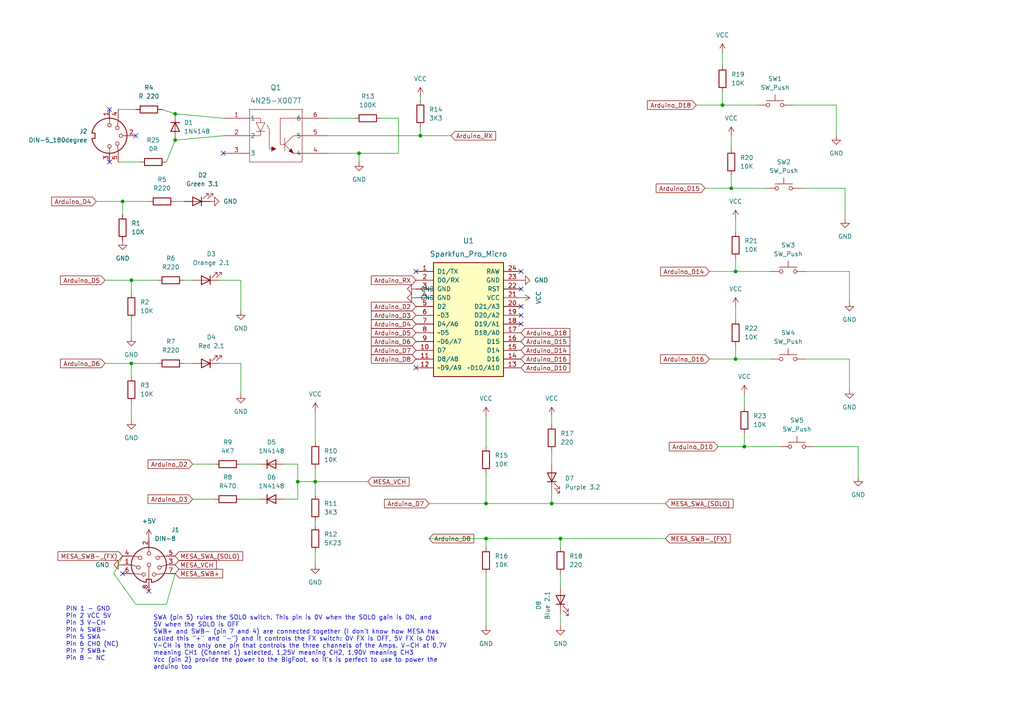
<source format=kicad_sch>
(kicad_sch (version 20211123) (generator eeschema)
  (paper "A4")
  (title_block (title "Dual Rectifier Foot Pedal") (rev "2"))
  (lib_symbols
    (symbol "4n25-x007t:4N25-X007T" (pin_names (offset 0.254))
      (property "Reference" "Q" (at 15.24 7.62 0))
      (property "Value" "4N25-X007T" (at 20.32 5.08 0))
      (symbol "4N25-X007T_0_1"
        (polyline (pts (xy 7.62 -12.7) (xy 22.86 -12.7)) (stroke (width 0.127)))
        (polyline (pts (xy 7.62 -5.08) (xy 10.795 -5.08)) (stroke (width 0.127)))
        (polyline (pts (xy 7.62 0) (xy 10.795 0)) (stroke (width 0.127)))
        (polyline (pts (xy 7.62 2.54) (xy 7.62 -12.7)) (stroke (width 0.127)))
        (polyline (pts (xy 9.525 -3.81) (xy 12.065 -3.81)) (stroke (width 0.127)))
        (polyline (pts (xy 9.525 -1.27) (xy 10.795 -3.81)) (stroke (width 0.127)))
        (polyline (pts (xy 9.525 -1.27) (xy 12.065 -1.27)) (stroke (width 0.127)))
        (polyline (pts (xy 10.795 -3.81) (xy 10.795 -5.08)) (stroke (width 0.127)))
        (polyline (pts (xy 10.795 0) (xy 10.795 -1.27)) (stroke (width 0.127)))
        (polyline (pts (xy 12.065 -1.27) (xy 10.795 -3.81)) (stroke (width 0.127)))
        (polyline (pts (xy 12.7 -1.905) (xy 13.335 -3.175)) (stroke (width 0.127)))
        (polyline (pts (xy 13.335 -8.89) (xy 14.605 -8.89)) (stroke (width 0.127)))
        (polyline (pts (xy 13.335 -3.175) (xy 13.335 -8.89)) (stroke (width 0.127)))
        (polyline (pts (xy 16.51 -7.62) (xy 17.78 -7.62)) (stroke (width 0.127)))
        (polyline (pts (xy 16.51 0) (xy 16.51 -7.62)) (stroke (width 0.127)))
        (polyline (pts (xy 17.78 -7.62) (xy 20.32 -10.16)) (stroke (width 0.127)))
        (polyline (pts (xy 17.78 -5.715) (xy 17.78 -9.525)) (stroke (width 0.127)))
        (polyline (pts (xy 19.05 -9.525) (xy 20.32 -10.16)) (stroke (width 0.127)))
        (polyline (pts (xy 19.685 -8.89) (xy 19.05 -9.525)) (stroke (width 0.127)))
        (polyline (pts (xy 20.32 -10.16) (xy 19.685 -8.89)) (stroke (width 0.127)))
        (polyline (pts (xy 20.32 -10.16) (xy 22.86 -10.16)) (stroke (width 0.127)))
        (polyline (pts (xy 20.32 -5.08) (xy 17.78 -7.62)) (stroke (width 0.127)))
        (polyline (pts (xy 22.86 -12.7) (xy 22.86 2.54)) (stroke (width 0.127)))
        (polyline (pts (xy 22.86 -5.08) (xy 20.32 -5.08)) (stroke (width 0.127)))
        (polyline (pts (xy 22.86 0) (xy 16.51 0)) (stroke (width 0.127)))
        (polyline (pts (xy 22.86 2.54) (xy 7.62 2.54)) (stroke (width 0.127)))
        (polyline (pts (xy 19.05 -9.525) (xy 20.32 -10.16) (xy 19.685 -8.89)) (fill (type outline)))
        (polyline (pts (xy 13.97 -8.255) (xy 15.24 -8.89) (xy 15.24 -8.89) (xy 13.97 -9.525)) (fill (type outline)))
        (pin unspecified line (at 0 0 0) (length 7.62) (name "1") (number "1"))
        (pin unspecified line (at 0 -5.08 0) (length 7.62) (name "2") (number "2"))
        (pin unspecified line (at 0 -10.16 0) (length 7.62) (name "3") (number "3"))
        (pin unspecified line (at 30.48 -10.16 180) (length 7.62) (name "4") (number "4"))
        (pin unspecified line (at 30.48 -5.08 180) (length 7.62) (name "5") (number "5"))
        (pin unspecified line (at 30.48 0 180) (length 7.62) (name "6") (number "6"))
      )
    )
    (symbol "Arduino:Sparkfun_Pro_Micro" (pin_names (offset 1.016))
      (property "Reference" "U" (at -8.89 21.59 0))
      (property "Value" "Sparkfun_Pro_Micro" (at 0 19.05 0))
      (symbol "Sparkfun_Pro_Micro_0_1"
        (rectangle (start -10.16 17.78) (end 10.16 -15.24) (stroke (width 0.254)) (fill (type background)))
      )
      (symbol "Sparkfun_Pro_Micro_1_1"
        (pin bidirectional line (at -15.24 15.24 0) (length 5.08) (name "D1/TX") (number "1"))
        (pin bidirectional line (at -15.24 -7.62 0) (length 5.08) (name "D7") (number "10"))
        (pin bidirectional line (at -15.24 -10.16 0) (length 5.08) (name "D8/A8") (number "11"))
        (pin bidirectional line (at -15.24 -12.7 0) (length 5.08) (name "~D9/A9") (number "12"))
        (pin bidirectional line (at 15.24 -12.7 180) (length 5.08) (name "~D10/A10") (number "13"))
        (pin bidirectional line (at 15.24 -10.16 180) (length 5.08) (name "D16") (number "14"))
        (pin bidirectional line (at 15.24 -7.62 180) (length 5.08) (name "D14") (number "15"))
        (pin bidirectional line (at 15.24 -5.08 180) (length 5.08) (name "D15") (number "16"))
        (pin bidirectional line (at 15.24 -2.54 180) (length 5.08) (name "D18/A0") (number "17"))
        (pin bidirectional line (at 15.24 0 180) (length 5.08) (name "D19/A1") (number "18"))
        (pin bidirectional line (at 15.24 2.54 180) (length 5.08) (name "D20/A2") (number "19"))
        (pin bidirectional line (at -15.24 12.7 0) (length 5.08) (name "D0/RX") (number "2"))
        (pin bidirectional line (at 15.24 5.08 180) (length 5.08) (name "D21/A3") (number "20"))
        (pin power_in line (at 15.24 7.62 180) (length 5.08) (name "VCC") (number "21"))
        (pin input line (at 15.24 10.16 180) (length 5.08) (name "RST") (number "22"))
        (pin power_in line (at 15.24 12.7 180) (length 5.08) (name "GND") (number "23"))
        (pin power_in line (at 15.24 15.24 180) (length 5.08) (name "RAW") (number "24"))
        (pin power_in line (at -15.24 10.16 0) (length 5.08) (name "GND") (number "3"))
        (pin power_in line (at -15.24 7.62 0) (length 5.08) (name "GND") (number "4"))
        (pin bidirectional line (at -15.24 5.08 0) (length 5.08) (name "D2") (number "5"))
        (pin bidirectional line (at -15.24 2.54 0) (length 5.08) (name "~D3") (number "6"))
        (pin bidirectional line (at -15.24 0 0) (length 5.08) (name "D4/A6") (number "7"))
        (pin bidirectional line (at -15.24 -2.54 0) (length 5.08) (name "~D5") (number "8"))
        (pin bidirectional line (at -15.24 -5.08 0) (length 5.08) (name "~D6/A7") (number "9"))
      )
    )
    (symbol "Connector:DIN-5_180degree" (pin_names (offset 1.016))
      (property "Reference" "J" (at 3.175 5.715 0))
      (property "Value" "DIN-5_180degree" (at 0 -6.35 0))
      (symbol "DIN-5_180degree_0_1"
        (arc (start -5.08 0) (mid -3.8597 -3.3379) (end -0.762 -5.08) (stroke (width 0.254)))
        (circle (center -3.048 0) (radius 0.508))
        (circle (center -2.286 2.286) (radius 0.508))
        (polyline (pts (xy -5.08 0) (xy -3.556 0)))
        (polyline (pts (xy 0 5.08) (xy 0 3.81)))
        (polyline (pts (xy 5.08 0) (xy 3.556 0)))
        (polyline (pts (xy -5.08 2.54) (xy -4.318 2.54) (xy -2.794 2.286)))
        (polyline (pts (xy 5.08 2.54) (xy 4.318 2.54) (xy 2.794 2.286)))
        (polyline (pts (xy -0.762 -4.953) (xy -0.762 -4.191) (xy 0.762 -4.191) (xy 0.762 -4.953)) (stroke (width 0.254)))
        (circle (center 0 3.302) (radius 0.508))
        (arc (start 0.762 -5.08) (mid 3.8673 -3.3444) (end 5.08 0) (stroke (width 0.254)))
        (circle (center 2.286 2.286) (radius 0.508))
        (circle (center 3.048 0) (radius 0.508))
        (arc (start 5.08 0) (mid 0 5.08) (end -5.08 0) (stroke (width 0.254)))
      )
      (symbol "DIN-5_180degree_1_1"
        (pin passive line (at -7.62 0 0) (length 2.54) (name "~") (number "1"))
        (pin passive line (at 0 7.62 270) (length 2.54) (name "~") (number "2"))
        (pin passive line (at 7.62 0 180) (length 2.54) (name "~") (number "3"))
        (pin passive line (at -7.62 2.54 0) (length 2.54) (name "~") (number "4"))
        (pin passive line (at 7.62 2.54 180) (length 2.54) (name "~") (number "5"))
      )
    )
    (symbol "Connector:DIN-8" (pin_names (offset 1.016))
      (property "Reference" "J" (at 3.175 5.715 0))
      (property "Value" "DIN-8" (at 2.032 -5.842 0))
      (symbol "DIN-8_0_1"
        (arc (start -5.08 0) (mid -3.8597 -3.3379) (end -0.762 -5.08) (stroke (width 0.254)))
        (circle (center -3.048 -0.762) (radius 0.508))
        (circle (center -2.54 2.032) (radius 0.508))
        (circle (center -1.524 -2.794) (radius 0.508))
        (polyline (pts (xy -5.08 0) (xy -3.556 -0.508)))
        (polyline (pts (xy 0 -0.508) (xy 0 -5.08)))
        (polyline (pts (xy 0 5.08) (xy 0 3.81)))
        (polyline (pts (xy 5.08 0) (xy 3.556 -0.508)))
        (polyline (pts (xy -5.08 -2.54) (xy -4.318 -2.54) (xy -2.032 -2.794)))
        (polyline (pts (xy -5.08 2.54) (xy -4.318 2.54) (xy -3.048 2.286)))
        (polyline (pts (xy 5.08 -2.54) (xy 4.318 -2.54) (xy 2.032 -2.794)))
        (polyline (pts (xy 5.08 2.54) (xy 4.318 2.54) (xy 3.048 2.286)))
        (polyline (pts (xy -0.762 -4.953) (xy -0.762 -4.191) (xy 0.762 -4.191) (xy 0.762 -4.953)) (stroke (width 0.254)))
        (circle (center 0 0) (radius 0.508))
        (circle (center 0 3.302) (radius 0.508))
        (arc (start 0.762 -5.08) (mid 3.8673 -3.3444) (end 5.08 0) (stroke (width 0.254)))
        (circle (center 1.524 -2.794) (radius 0.508))
        (circle (center 2.54 2.032) (radius 0.508))
        (circle (center 3.048 -0.762) (radius 0.508))
        (arc (start 5.08 0) (mid 0 5.08) (end -5.08 0) (stroke (width 0.254)))
      )
      (symbol "DIN-8_1_1"
        (pin passive line (at -7.62 0 0) (length 2.54) (name "~") (number "1"))
        (pin passive line (at 0 7.62 270) (length 2.54) (name "~") (number "2"))
        (pin passive line (at 7.62 0 180) (length 2.54) (name "~") (number "3"))
        (pin passive line (at -7.62 2.54 0) (length 2.54) (name "~") (number "4"))
        (pin passive line (at 7.62 2.54 180) (length 2.54) (name "~") (number "5"))
        (pin passive line (at -7.62 -2.54 0) (length 2.54) (name "~") (number "6"))
        (pin passive line (at 7.62 -2.54 180) (length 2.54) (name "~") (number "7"))
        (pin passive line (at 0 -7.62 90) (length 2.54) (name "~") (number "8"))
      )
    )
    (symbol "Device:LED" (pin_numbers hide) (pin_names (offset 1.016) hide)
      (property "Reference" "D" (at 0 2.54 0))
      (property "Value" "LED" (at 0 -2.54 0))
      (symbol "LED_0_1"
        (polyline (pts (xy -1.27 -1.27) (xy -1.27 1.27)) (stroke (width 0.254)))
        (polyline (pts (xy -1.27 0) (xy 1.27 0)))
        (polyline (pts (xy 1.27 -1.27) (xy 1.27 1.27) (xy -1.27 0) (xy 1.27 -1.27)) (stroke (width 0.254)))
        (polyline (pts (xy -3.048 -0.762) (xy -4.572 -2.286) (xy -3.81 -2.286) (xy -4.572 -2.286) (xy -4.572 -1.524)))
        (polyline (pts (xy -1.778 -0.762) (xy -3.302 -2.286) (xy -2.54 -2.286) (xy -3.302 -2.286) (xy -3.302 -1.524)))
      )
      (symbol "LED_1_1"
        (pin passive line (at -3.81 0 0) (length 2.54) (name "K") (number "1"))
        (pin passive line (at 3.81 0 180) (length 2.54) (name "A") (number "2"))
      )
    )
    (symbol "Device:R" (pin_numbers hide) (pin_names (offset 0))
      (property "Reference" "R" (at 2.032 0 90))
      (property "Value" "R" (at 0 0 90))
      (symbol "R_0_1"
        (rectangle (start -1.016 -2.54) (end 1.016 2.54) (stroke (width 0.254)))
      )
      (symbol "R_1_1"
        (pin passive line (at 0 3.81 270) (length 1.27) (name "~") (number "1"))
        (pin passive line (at 0 -3.81 90) (length 1.27) (name "~") (number "2"))
      )
    )
    (symbol "Diode:1N4148" (pin_numbers hide) (pin_names (offset 1.016) hide)
      (property "Reference" "D" (at 0 2.54 0))
      (property "Value" "1N4148" (at 0 -2.54 0))
      (symbol "1N4148_0_1"
        (polyline (pts (xy -1.27 1.27) (xy -1.27 -1.27)) (stroke (width 0.254)))
        (polyline (pts (xy 1.27 0) (xy -1.27 0)))
        (polyline (pts (xy 1.27 1.27) (xy 1.27 -1.27) (xy -1.27 0) (xy 1.27 1.27)) (stroke (width 0.254)))
      )
      (symbol "1N4148_1_1"
        (pin passive line (at -3.81 0 0) (length 2.54) (name "K") (number "1"))
        (pin passive line (at 3.81 0 180) (length 2.54) (name "A") (number "2"))
      )
    )
    (symbol "Switch:SW_Push" (pin_numbers hide) (pin_names (offset 1.016) hide)
      (property "Reference" "SW" (at 1.27 2.54 0))
      (property "Value" "SW_Push" (at 0 -1.524 0))
      (symbol "SW_Push_0_1"
        (circle (center -2.032 0) (radius 0.508))
        (polyline (pts (xy 0 1.27) (xy 0 3.048)))
        (polyline (pts (xy 2.54 1.27) (xy -2.54 1.27)))
        (circle (center 2.032 0) (radius 0.508))
        (pin passive line (at -5.08 0 0) (length 2.54) (name "1") (number "1"))
        (pin passive line (at 5.08 0 180) (length 2.54) (name "2") (number "2"))
      )
    )
    (symbol "power:+5V" (power) (pin_names (offset 0))
      (property "Value" "+5V" (at 0 3.556 0))
      (symbol "+5V_0_1"
        (polyline (pts (xy -0.762 1.27) (xy 0 2.54)))
        (polyline (pts (xy 0 0) (xy 0 2.54)))
        (polyline (pts (xy 0 2.54) (xy 0.762 1.27)))
      )
      (symbol "+5V_1_1"
        (pin power_in line (at 0 0 90) (length 0) hide (name "+5V") (number "1"))
      )
    )
    (symbol "power:GND" (power) (pin_names (offset 0))
      (property "Value" "GND" (at 0 -3.81 0))
      (symbol "GND_0_1"
        (polyline (pts (xy 0 0) (xy 0 -1.27) (xy 1.27 -1.27) (xy 0 -2.54) (xy -1.27 -1.27) (xy 0 -1.27)))
      )
      (symbol "GND_1_1"
        (pin power_in line (at 0 0 270) (length 0) hide (name "GND") (number "1"))
      )
    )
    (symbol "power:VCC" (power) (pin_names (offset 0))
      (property "Value" "VCC" (at 0 3.81 0))
      (symbol "VCC_0_1"
        (polyline (pts (xy -0.762 1.27) (xy 0 2.54)))
        (polyline (pts (xy 0 0) (xy 0 2.54)))
        (polyline (pts (xy 0 2.54) (xy 0.762 1.27)))
      )
      (symbol "VCC_1_1"
        (pin power_in line (at 0 0 90) (length 0) hide (name "VCC") (number "1"))
      )
    )
  )
  (junction (at 215.9 129.54))
  (junction (at 162.56 156.21))
  (junction (at 50.8 33.02))
  (junction (at 38.1 105.41))
  (junction (at 213.36 104.14))
  (junction (at 140.97 156.21))
  (junction (at 121.92 39.37))
  (junction (at 38.1 81.28))
  (junction (at 50.8 40.64))
  (junction (at 213.36 78.74))
  (junction (at 35.56 58.42))
  (junction (at 212.09 54.61))
  (junction (at 86.36 139.7))
  (junction (at 104.14 44.45))
  (junction (at 91.44 139.7))
  (junction (at 140.97 146.05))
  (junction (at 160.02 146.05))
  (junction (at 209.55 30.48))
  (no_connect (at 151.13 91.44))
  (no_connect (at 31.75 31.75))
  (no_connect (at 39.37 39.37))
  (no_connect (at 31.75 46.99))
  (no_connect (at 120.65 78.74))
  (no_connect (at 151.13 83.82))
  (no_connect (at 43.18 171.45))
  (no_connect (at 35.56 166.37))
  (no_connect (at 120.65 106.68))
  (no_connect (at 64.77 44.45))
  (no_connect (at 151.13 93.98))
  (no_connect (at 151.13 88.9))
  (no_connect (at 151.13 78.74))
  (wire (pts (xy 140.97 156.21) (xy 140.97 158.75)))
  (wire (pts (xy 213.36 92.71) (xy 213.36 88.9)))
  (wire (pts (xy 55.88 134.62) (xy 62.23 134.62)))
  (wire (pts (xy 121.92 39.37) (xy 95.25 39.37)))
  (wire (pts (xy 82.55 134.62) (xy 86.36 134.62)))
  (wire (pts (xy 209.55 26.67) (xy 209.55 30.48)))
  (wire (pts (xy 27.94 58.42) (xy 35.56 58.42)))
  (wire (pts (xy 245.11 54.61) (xy 245.11 63.5)))
  (wire (pts (xy 213.36 67.31) (xy 213.36 63.5)))
  (wire (pts (xy 91.44 160.02) (xy 91.44 163.83)))
  (wire (pts (xy 34.29 46.99) (xy 40.64 46.99)))
  (wire (pts (xy 140.97 129.54) (xy 140.97 120.65)))
  (wire (pts (xy 74.93 134.62) (xy 69.85 134.62)))
  (wire (pts (xy 48.26 175.26) (xy 50.8 166.37)))
  (wire (pts (xy 33.02 166.37) (xy 35.56 161.29)))
  (wire (pts (xy 140.97 156.21) (xy 162.56 156.21)))
  (wire (pts (xy 160.02 146.05) (xy 193.04 146.05)))
  (wire (pts (xy 63.5 105.41) (xy 69.85 105.41)))
  (wire (pts (xy 35.56 58.42) (xy 43.18 58.42)))
  (wire (pts (xy 204.47 54.61) (xy 212.09 54.61)))
  (wire (pts (xy 209.55 19.05) (xy 209.55 15.24)))
  (wire (pts (xy 34.29 31.75) (xy 39.37 31.75)))
  (wire (pts (xy 162.56 177.8) (xy 162.56 181.61)))
  (wire (pts (xy 212.09 54.61) (xy 222.25 54.61)))
  (wire (pts (xy 209.55 30.48) (xy 219.71 30.48)))
  (wire (pts (xy 64.77 39.37) (xy 50.8 40.64)))
  (wire (pts (xy 86.36 139.7) (xy 86.36 144.78)))
  (wire (pts (xy 91.44 128.27) (xy 91.44 119.38)))
  (wire (pts (xy 91.44 139.7) (xy 91.44 135.89)))
  (wire (pts (xy 38.1 121.92) (xy 38.1 116.84)))
  (wire (pts (xy 55.88 105.41) (xy 53.34 105.41)))
  (wire (pts (xy 39.37 175.26) (xy 33.02 166.37)))
  (wire (pts (xy 39.37 175.26) (xy 48.26 175.26)))
  (wire (pts (xy 38.1 109.22) (xy 38.1 105.41)))
  (wire (pts (xy 121.92 36.83) (xy 121.92 39.37)))
  (wire (pts (xy 162.56 156.21) (xy 162.56 158.75)))
  (wire (pts (xy 213.36 104.14) (xy 223.52 104.14)))
  (wire (pts (xy 38.1 105.41) (xy 45.72 105.41)))
  (wire (pts (xy 55.88 144.78) (xy 62.23 144.78)))
  (wire (pts (xy 86.36 139.7) (xy 91.44 139.7)))
  (wire (pts (xy 124.46 156.21) (xy 140.97 156.21)))
  (wire (pts (xy 213.36 100.33) (xy 213.36 104.14)))
  (wire (pts (xy 246.38 78.74) (xy 233.68 78.74)))
  (wire (pts (xy 38.1 85.09) (xy 38.1 81.28)))
  (wire (pts (xy 213.36 78.74) (xy 223.52 78.74)))
  (wire (pts (xy 160.02 146.05) (xy 160.02 142.24)))
  (wire (pts (xy 193.04 156.21) (xy 162.56 156.21)))
  (wire (pts (xy 242.57 30.48) (xy 242.57 39.37)))
  (wire (pts (xy 55.88 81.28) (xy 53.34 81.28)))
  (wire (pts (xy 201.93 30.48) (xy 209.55 30.48)))
  (wire (pts (xy 124.46 146.05) (xy 140.97 146.05)))
  (wire (pts (xy 215.9 118.11) (xy 215.9 114.3)))
  (wire (pts (xy 246.38 104.14) (xy 246.38 113.03)))
  (wire (pts (xy 115.57 34.29) (xy 115.57 44.45)))
  (wire (pts (xy 38.1 81.28) (xy 45.72 81.28)))
  (wire (pts (xy 215.9 129.54) (xy 226.06 129.54)))
  (wire (pts (xy 86.36 134.62) (xy 86.36 139.7)))
  (wire (pts (xy 212.09 50.8) (xy 212.09 54.61)))
  (wire (pts (xy 86.36 144.78) (xy 82.55 144.78)))
  (wire (pts (xy 95.25 44.45) (xy 104.14 44.45)))
  (wire (pts (xy 35.56 62.23) (xy 35.56 58.42)))
  (wire (pts (xy 63.5 81.28) (xy 69.85 81.28)))
  (wire (pts (xy 102.87 34.29) (xy 95.25 34.29)))
  (wire (pts (xy 248.92 129.54) (xy 248.92 138.43)))
  (wire (pts (xy 140.97 181.61) (xy 140.97 166.37)))
  (wire (pts (xy 121.92 39.37) (xy 130.81 39.37)))
  (wire (pts (xy 69.85 144.78) (xy 74.93 144.78)))
  (wire (pts (xy 91.44 151.13) (xy 91.44 152.4)))
  (wire (pts (xy 69.85 105.41) (xy 69.85 114.3)))
  (wire (pts (xy 53.34 58.42) (xy 50.8 58.42)))
  (wire (pts (xy 38.1 97.79) (xy 38.1 92.71)))
  (wire (pts (xy 69.85 81.28) (xy 69.85 90.17)))
  (wire (pts (xy 91.44 139.7) (xy 106.68 139.7)))
  (wire (pts (xy 162.56 166.37) (xy 162.56 170.18)))
  (wire (pts (xy 64.77 34.29) (xy 50.8 33.02)))
  (wire (pts (xy 246.38 78.74) (xy 246.38 87.63)))
  (wire (pts (xy 46.99 31.75) (xy 50.8 33.02)))
  (wire (pts (xy 205.74 78.74) (xy 213.36 78.74)))
  (wire (pts (xy 160.02 134.62) (xy 160.02 130.81)))
  (wire (pts (xy 246.38 104.14) (xy 233.68 104.14)))
  (wire (pts (xy 110.49 34.29) (xy 115.57 34.29)))
  (wire (pts (xy 140.97 146.05) (xy 140.97 137.16)))
  (wire (pts (xy 208.28 129.54) (xy 215.9 129.54)))
  (wire (pts (xy 213.36 74.93) (xy 213.36 78.74)))
  (wire (pts (xy 115.57 44.45) (xy 104.14 44.45)))
  (wire (pts (xy 30.48 81.28) (xy 38.1 81.28)))
  (wire (pts (xy 104.14 46.99) (xy 104.14 44.45)))
  (wire (pts (xy 121.92 29.21) (xy 121.92 27.94)))
  (wire (pts (xy 205.74 104.14) (xy 213.36 104.14)))
  (wire (pts (xy 248.92 129.54) (xy 236.22 129.54)))
  (wire (pts (xy 212.09 43.18) (xy 212.09 39.37)))
  (wire (pts (xy 245.11 54.61) (xy 232.41 54.61)))
  (wire (pts (xy 91.44 143.51) (xy 91.44 139.7)))
  (wire (pts (xy 48.26 46.99) (xy 50.8 40.64)))
  (wire (pts (xy 30.48 105.41) (xy 38.1 105.41)))
  (wire (pts (xy 160.02 123.19) (xy 160.02 120.65)))
  (wire (pts (xy 242.57 30.48) (xy 229.87 30.48)))
  (wire (pts (xy 140.97 146.05) (xy 160.02 146.05)))
  (wire (pts (xy 215.9 125.73) (xy 215.9 129.54)))
  (text "SWA (pin 5) rules the SOLO switch. This pin is 0V when the SOLO gain is ON, and \n5V when the SOLO is OFF\nSWB+ and SWB- (pin 7 and 4) are connected together (I don't know how MESA has \ncalled this \"+\" and \"-\") and it controls the FX switch: 0V FX is OFF, 5V FX is ON\nV-CH is the only one pin that controls the three channels of the Amps. V-CH at 0,7V \nmeaning CH1 (Channel 1) selected, 1,25V meaning CH2, 1,90V meaning CH3\nVcc (pin 2) provide the power to the BigFoot, so it's is perfect to use to power the \narduino too" (at 44.45 194.31 0) (effects (font (size 1.27 1.27)) (justify left bottom)))
  (text "PIN 1 - GND\nPin 2 VCC 5V\nPin 3 V-CH\nPin 4 SWB-\nPin 5 SWA\nPin 6 CH0 (NC)\nPin 7 SWB+\nPin 8 - NC" (at 19.05 191.77 0) (effects (font (size 1.27 1.27)) (justify left bottom)))
  (global_label "MESA_VCH" (shape input) (at 106.68 139.7 0) (property "Intersheet References" "${INTERSHEET_REFS}" (effects hide)))
  (global_label "Arduino_RX" (shape input) (at 130.81 39.37 0) (property "Intersheet References" "${INTERSHEET_REFS}" (effects hide)))
  (global_label "Arduino_D7" (shape input) (at 124.46 146.05 180) (property "Intersheet References" "${INTERSHEET_REFS}" (effects hide)))
  (global_label "Arduino_D10" (shape input) (at 151.13 106.68 0) (property "Intersheet References" "${INTERSHEET_REFS}" (effects hide)))
  (global_label "Arduino_D5" (shape input) (at 120.65 96.52 180) (property "Intersheet References" "${INTERSHEET_REFS}" (effects hide)))
  (global_label "Arduino_D6" (shape input) (at 120.65 99.06 180) (property "Intersheet References" "${INTERSHEET_REFS}" (effects hide)))
  (global_label "Arduino_D7" (shape input) (at 120.65 101.6 180) (property "Intersheet References" "${INTERSHEET_REFS}" (effects hide)))
  (global_label "Arduino_D3" (shape input) (at 120.65 91.44 180) (property "Intersheet References" "${INTERSHEET_REFS}" (effects hide)))
  (global_label "Arduino_D2" (shape input) (at 55.88 134.62 180) (property "Intersheet References" "${INTERSHEET_REFS}" (effects hide)))
  (global_label "Arduino_D8" (shape input) (at 120.65 104.14 180) (property "Intersheet References" "${INTERSHEET_REFS}" (effects hide)))
  (global_label "MESA_VCH" (shape input) (at 50.8 163.83 0) (property "Intersheet References" "${INTERSHEET_REFS}" (effects hide)))
  (global_label "Arduino_D15" (shape input) (at 204.47 54.61 180) (property "Intersheet References" "${INTERSHEET_REFS}" (effects hide)))
  (global_label "MESA_SWA_(SOLO)" (shape input) (at 50.8 161.29 0) (property "Intersheet References" "${INTERSHEET_REFS}" (effects hide)))
  (global_label "Arduino_D10" (shape input) (at 208.28 129.54 180) (property "Intersheet References" "${INTERSHEET_REFS}" (effects hide)))
  (global_label "Arduino_D14" (shape input) (at 151.13 101.6 0) (property "Intersheet References" "${INTERSHEET_REFS}" (effects hide)))
  (global_label "Arduino_D4" (shape input) (at 120.65 93.98 180) (property "Intersheet References" "${INTERSHEET_REFS}" (effects hide)))
  (global_label "MESA_SWB+" (shape input) (at 50.8 166.37 0) (property "Intersheet References" "${INTERSHEET_REFS}" (effects hide)))
  (global_label "Arduino_D18" (shape input) (at 151.13 96.52 0) (property "Intersheet References" "${INTERSHEET_REFS}" (effects hide)))
  (global_label "MESA_SWA_(SOLO)" (shape input) (at 193.04 146.05 0) (property "Intersheet References" "${INTERSHEET_REFS}" (effects hide)))
  (global_label "Arduino_D16" (shape input) (at 205.74 104.14 180) (property "Intersheet References" "${INTERSHEET_REFS}" (effects hide)))
  (global_label "Arduino_D6" (shape input) (at 30.48 105.41 180) (property "Intersheet References" "${INTERSHEET_REFS}" (effects hide)))
  (global_label "Arduino_D4" (shape input) (at 27.94 58.42 180) (property "Intersheet References" "${INTERSHEET_REFS}" (effects hide)))
  (global_label "Arduino_D5" (shape input) (at 30.48 81.28 180) (property "Intersheet References" "${INTERSHEET_REFS}" (effects hide)))
  (global_label "Arduino_D3" (shape input) (at 55.88 144.78 180) (property "Intersheet References" "${INTERSHEET_REFS}" (effects hide)))
  (global_label "Arduino_D2" (shape input) (at 120.65 88.9 180) (property "Intersheet References" "${INTERSHEET_REFS}" (effects hide)))
  (global_label "Arduino_D8" (shape input) (at 124.46 156.21 0) (property "Intersheet References" "${INTERSHEET_REFS}" (effects hide)))
  (global_label "Arduino_D15" (shape input) (at 151.13 99.06 0) (property "Intersheet References" "${INTERSHEET_REFS}" (effects hide)))
  (global_label "MESA_SWB-_(FX)" (shape input) (at 193.04 156.21 0) (property "Intersheet References" "${INTERSHEET_REFS}" (effects hide)))
  (global_label "Arduino_D16" (shape input) (at 151.13 104.14 0) (property "Intersheet References" "${INTERSHEET_REFS}" (effects hide)))
  (global_label "Arduino_D14" (shape input) (at 205.74 78.74 180) (property "Intersheet References" "${INTERSHEET_REFS}" (effects hide)))
  (global_label "Arduino_D18" (shape input) (at 201.93 30.48 180) (property "Intersheet References" "${INTERSHEET_REFS}" (effects hide)))
  (global_label "MESA_SWB-_(FX)" (shape input) (at 35.56 161.29 180) (property "Intersheet References" "${INTERSHEET_REFS}" (effects hide)))
  (global_label "Arduino_RX" (shape input) (at 120.65 81.28 180) (property "Intersheet References" "${INTERSHEET_REFS}" (effects hide)))
  (symbol (lib_id "power:GND") (at 35.56 69.85 0) (unit 1)
    (property "Reference" "#PWR0125" (effects hide))
    (property "Value" "GND" (at 35.56 74.93 0))
  )
  (symbol (lib_id "Device:R") (at 44.45 46.99 90) (unit 1)
    (property "Reference" "R25" (at 44.45 40.64 90))
    (property "Value" "0R" (at 44.45 43.18 90))
    (property "Footprint" "Resistor_SMD:R_0805_2012Metric" (effects hide))
    (property "DigiKey Part Number " "P0.0ACT-ND" (effects hide))
    (property "Manufacturer" "Panasonic Electronic Components" (effects hide))
    (property "MPN" "ERJ-6GEY0R00V" (effects hide))
  )
  (symbol (lib_id "power:GND") (at 69.85 114.3 0) (unit 1)
    (property "Reference" "#PWR0109" (effects hide))
    (property "Value" "GND" (at 69.85 119.38 0))
  )
  (symbol (lib_id "Device:R") (at 106.68 34.29 270) (unit 1)
    (property "Reference" "R13" (at 106.68 27.94 90))
    (property "Value" "100K" (at 106.68 30.48 90))
    (property "Footprint" "Resistor_SMD:R_0805_2012Metric" (effects hide))
    (property "DigiKey Part Number " "10-ERA-6VEB1003VCT-ND" (effects hide))
    (property "Manufacturer" "Panasonic Electronic Components" (effects hide))
    (property "MPN" "ERA-6VEB1003V" (effects hide))
  )
  (symbol (lib_id "Device:R") (at 49.53 81.28 270) (unit 1)
    (property "Reference" "R6" (at 49.53 74.93 90))
    (property "Value" "R220" (at 49.53 77.47 90))
    (property "Footprint" "Resistor_SMD:R_0805_2012Metric" (effects hide))
    (property "DigiKey Part Number " "P20516CT-ND" (effects hide))
    (property "Manufacturer" "Panasonic Electronic Components" (effects hide))
    (property "MPN" "ERJ-PB6B2200V" (effects hide))
  )
  (symbol (lib_id "Device:LED") (at 162.56 173.99 90) (unit 1)
    (property "Reference" "D8" (at 156.21 175.5775 0))
    (property "Value" "Blue 2.1" (at 158.75 175.5775 0))
    (property "Footprint" "LED_THT:LED_D5.0mm" (effects hide))
  )
  (symbol (lib_id "Device:R") (at 160.02 127 0) (unit 1)
    (property "Reference" "R17" (at 162.56 125.7299 0) (effects (justify left)))
    (property "Value" "220" (at 162.56 128.2699 0) (effects (justify left)))
    (property "Footprint" "Resistor_SMD:R_0805_2012Metric" (effects hide))
    (property "DigiKey Part Number " "P20516CT-ND" (effects hide))
    (property "Manufacturer" "Panasonic Electronic Components" (effects hide))
    (property "MPN" "ERJ-PB6B2200V" (effects hide))
  )
  (symbol (lib_id "Switch:SW_Push") (at 224.79 30.48 0) (unit 1)
    (property "Reference" "SW1" (at 224.79 22.86 0))
    (property "Value" "SW_Push" (at 224.79 25.4 0))
    (property "Footprint" "Connector_PinHeader_2.54mm:PinHeader_1x02_P2.54mm_Vertical" (effects hide))
  )
  (symbol (lib_id "Device:R") (at 140.97 162.56 0) (unit 1)
    (property "Reference" "R16" (at 143.51 161.2899 0) (effects (justify left)))
    (property "Value" "10K" (at 143.51 163.8299 0) (effects (justify left)))
    (property "Footprint" "Resistor_SMD:R_0805_2012Metric" (effects hide))
    (property "DigiKey Part Number " "10-ERA-6VEB1002VCT-ND" (effects hide))
    (property "MPN" "ERA-6VEB1002V" (effects hide))
    (property "Manufacturer" "Panasonic Electronic Components" (effects hide))
  )
  (symbol (lib_id "Switch:SW_Push") (at 231.14 129.54 0) (unit 1)
    (property "Reference" "SW5" (at 231.14 121.92 0))
    (property "Value" "SW_Push" (at 231.14 124.46 0))
    (property "Footprint" "Connector_PinHeader_2.54mm:PinHeader_1x02_P2.54mm_Vertical" (effects hide))
  )
  (symbol (lib_id "power:GND") (at 69.85 90.17 0) (unit 1)
    (property "Reference" "#PWR0126" (effects hide))
    (property "Value" "GND" (at 69.85 95.25 0))
  )
  (symbol (lib_id "Device:R") (at 35.56 66.04 0) (unit 1)
    (property "Reference" "R1" (at 38.1 64.7699 0) (effects (justify left)))
    (property "Value" "10K" (at 38.1 67.3099 0) (effects (justify left)))
    (property "Footprint" "Resistor_SMD:R_0805_2012Metric" (effects hide))
    (property "MPN" "ERA-6VEB1002V" (effects hide))
    (property "Manufacturer" "Panasonic Electronic Components" (effects hide))
    (property "DigiKey Part Number " "10-ERA-6VEB1002VCT-ND" (effects hide))
  )
  (symbol (lib_id "Device:R") (at 212.09 46.99 0) (unit 1)
    (property "Reference" "R20" (at 214.63 45.7199 0) (effects (justify left)))
    (property "Value" "10K" (at 214.63 48.2599 0) (effects (justify left)))
    (property "Footprint" "Resistor_SMD:R_0805_2012Metric" (effects hide))
    (property "Manufacturer" "Panasonic Electronic Components" (effects hide))
    (property "DigiKey Part Number " "10-ERA-6VEB1002VCT-ND" (effects hide))
    (property "MPN" "ERA-6VEB1002V" (effects hide))
  )
  (symbol (lib_id "4n25-x007t:4N25-X007T") (at 64.77 34.29 0) (unit 1)
    (property "Reference" "Q1" (at 80.01 25.4 0) (effects (font (size 1.524 1.524))))
    (property "Value" "4N25-X007T" (at 80.01 29.21 0) (effects (font (size 1.524 1.524))))
    (property "Footprint" "4n25-x007t:X007_VIS" (effects hide))
    (property "Datasheet" "4N25-X007T" (effects hide))
    (property "DigiKey Part Number " "4N25-X007TCT-ND" (effects hide))
    (property "Manufacturer" "Vishay Semiconductor Opto Division" (effects hide))
    (property "MPN" "4N25-X007T" (effects hide))
  )
  (symbol (lib_id "power:GND") (at 120.65 83.82 270) (unit 1)
    (property "Reference" "#PWR0115" (effects hide))
    (property "Value" "GND" (at 121.92 83.8199 90) (effects (justify left)))
  )
  (symbol (lib_id "Device:LED") (at 59.69 105.41 180) (unit 1)
    (property "Reference" "D4" (at 61.2775 97.79 0))
    (property "Value" "Red 2.1" (at 61.2775 100.33 0))
    (property "Footprint" "LED_THT:LED_D5.0mm" (effects hide))
  )
  (symbol (lib_id "Device:R") (at 121.92 33.02 0) (unit 1)
    (property "Reference" "R14" (at 124.46 31.7499 0) (effects (justify left)))
    (property "Value" "3K3" (at 124.46 34.2899 0) (effects (justify left)))
    (property "Footprint" "Resistor_SMD:R_0805_2012Metric" (effects hide))
    (property "DigiKey Part Number " "P21076CT-ND" (effects hide))
    (property "MPN" "ERJ-PB6D3301V" (effects hide))
    (property "Manufacturer" "Panasonic Electronic Components" (effects hide))
  )
  (symbol (lib_id "power:VCC") (at 215.9 114.3 0) (unit 1)
    (property "Reference" "#PWR0122" (effects hide))
    (property "Value" "VCC" (at 215.9 109.22 0))
  )
  (symbol (lib_id "Device:R") (at 49.53 105.41 270) (unit 1)
    (property "Reference" "R7" (at 49.53 99.06 90))
    (property "Value" "R220" (at 49.53 101.6 90))
    (property "Footprint" "Resistor_SMD:R_0805_2012Metric" (effects hide))
    (property "DigiKey Part Number " "P20516CT-ND" (effects hide))
    (property "Manufacturer" "Panasonic Electronic Components" (effects hide))
    (property "MPN" "ERJ-PB6B2200V" (effects hide))
  )
  (symbol (lib_id "power:VCC") (at 213.36 88.9 0) (unit 1)
    (property "Reference" "#PWR0121" (effects hide))
    (property "Value" "VCC" (at 213.36 83.82 0))
  )
  (symbol (lib_id "Device:LED") (at 59.69 81.28 180) (unit 1)
    (property "Reference" "D3" (at 61.2775 73.66 0))
    (property "Value" "Orange 2.1" (at 61.2775 76.2 0))
    (property "Footprint" "LED_THT:LED_D5.0mm" (effects hide))
  )
  (symbol (lib_id "Device:R") (at 38.1 113.03 0) (unit 1)
    (property "Reference" "R3" (at 40.64 111.7599 0) (effects (justify left)))
    (property "Value" "10K" (at 40.64 114.2999 0) (effects (justify left)))
    (property "Footprint" "Resistor_SMD:R_0805_2012Metric" (effects hide))
    (property "DigiKey Part Number " "10-ERA-6VEB1002VCT-ND" (effects hide))
    (property "Manufacturer" "Panasonic Electronic Components" (effects hide))
    (property "MPN" "ERA-6VEB1002V" (effects hide))
  )
  (symbol (lib_id "power:VCC") (at 121.92 27.94 0) (unit 1)
    (property "Reference" "#PWR0111" (effects hide))
    (property "Value" "VCC" (at 121.92 22.86 0))
  )
  (symbol (lib_id "Device:R") (at 66.04 144.78 270) (unit 1)
    (property "Reference" "R8" (at 66.04 138.43 90))
    (property "Value" "R470" (at 66.04 140.97 90))
    (property "Footprint" "Resistor_SMD:R_0805_2012Metric" (effects hide))
    (property "DigiKey Part Number " "10-ERA-6VEB4700VCT-ND" (effects hide))
    (property "Manufacturer" "Panasonic Electronic Components" (effects hide))
    (property "MPN" "ERA-6VEB4700V" (effects hide))
  )
  (symbol (lib_id "power:VCC") (at 91.44 119.38 0) (unit 1)
    (property "Reference" "#PWR0101" (effects hide))
    (property "Value" "VCC" (at 91.44 114.3 0))
  )
  (symbol (lib_id "Switch:SW_Push") (at 228.6 78.74 0) (unit 1)
    (property "Reference" "SW3" (at 228.6 71.12 0))
    (property "Value" "SW_Push" (at 228.6 73.66 0))
    (property "Footprint" "Connector_PinHeader_2.54mm:PinHeader_1x02_P2.54mm_Vertical" (effects hide))
  )
  (symbol (lib_id "Device:R") (at 91.44 147.32 0) (unit 1)
    (property "Reference" "R11" (at 93.98 146.0499 0) (effects (justify left)))
    (property "Value" "3K3" (at 93.98 148.5899 0) (effects (justify left)))
    (property "Footprint" "Resistor_SMD:R_0805_2012Metric" (effects hide))
    (property "DigiKey Part Number " "P21076CT-ND" (effects hide))
    (property "MPN" "ERJ-PB6D3301V" (effects hide))
    (property "Manufacturer" "Panasonic Electronic Components" (effects hide))
  )
  (symbol (lib_id "power:GND") (at 242.57 39.37 0) (unit 1)
    (property "Reference" "#PWR0112" (effects hide))
    (property "Value" "GND" (at 242.57 44.45 0))
  )
  (symbol (lib_id "power:VCC") (at 212.09 39.37 0) (unit 1)
    (property "Reference" "#PWR0108" (effects hide))
    (property "Value" "VCC" (at 212.09 34.29 0))
  )
  (symbol (lib_id "Device:R") (at 209.55 22.86 0) (unit 1)
    (property "Reference" "R19" (at 212.09 21.5899 0) (effects (justify left)))
    (property "Value" "10K" (at 212.09 24.1299 0) (effects (justify left)))
    (property "Footprint" "Resistor_SMD:R_0805_2012Metric" (effects hide))
    (property "Manufacturer" "Panasonic Electronic Components" (effects hide))
    (property "DigiKey Part Number " "10-ERA-6VEB1002VCT-ND" (effects hide))
    (property "MPN" "ERA-6VEB1002V" (effects hide))
  )
  (symbol (lib_id "Device:R") (at 213.36 71.12 0) (unit 1)
    (property "Reference" "R21" (at 215.9 69.8499 0) (effects (justify left)))
    (property "Value" "10K" (at 215.9 72.3899 0) (effects (justify left)))
    (property "Footprint" "Resistor_SMD:R_0805_2012Metric" (effects hide))
    (property "Manufacturer" "Panasonic Electronic Components" (effects hide))
    (property "DigiKey Part Number " "10-ERA-6VEB1002VCT-ND" (effects hide))
    (property "MPN" "ERA-6VEB1002V" (effects hide))
  )
  (symbol (lib_id "power:GND") (at 120.65 86.36 270) (unit 1)
    (property "Reference" "#PWR0116" (effects hide))
    (property "Value" "GND" (at 121.92 86.3599 90) (effects (justify left)))
  )
  (symbol (lib_id "Diode:1N4148") (at 78.74 134.62 0) (unit 1)
    (property "Reference" "D5" (at 78.74 128.27 0))
    (property "Value" "1N4148" (at 78.74 130.81 0))
    (property "Footprint" "1N4148W-13-L:SOD123_DIO" (effects hide))
    (property "Datasheet" "https://assets.nexperia.com/documents/data-sheet/1N4148_1N4448.pdf" (effects hide))
    (property "DigiKey Part Number " "4878-1N4148WCT-ND" (effects hide))
    (property "Manufacturer" "Diotec Semiconductor" (effects hide))
    (property "MPN" "1N4148W" (effects hide))
  )
  (symbol (lib_id "Device:R") (at 213.36 96.52 0) (unit 1)
    (property "Reference" "R22" (at 215.9 95.2499 0) (effects (justify left)))
    (property "Value" "10K" (at 215.9 97.7899 0) (effects (justify left)))
    (property "Footprint" "Resistor_SMD:R_0805_2012Metric" (effects hide))
    (property "Manufacturer" "Panasonic Electronic Components" (effects hide))
    (property "DigiKey Part Number " "10-ERA-6VEB1002VCT-ND" (effects hide))
    (property "MPN" "ERA-6VEB1002V" (effects hide))
  )
  (symbol (lib_id "power:VCC") (at 151.13 86.36 270) (unit 1)
    (property "Reference" "#PWR0128" (effects hide))
    (property "Value" "VCC" (at 156.21 86.36 0))
  )
  (symbol (lib_id "Device:R") (at 38.1 88.9 0) (unit 1)
    (property "Reference" "R2" (at 40.64 87.6299 0) (effects (justify left)))
    (property "Value" "10K" (at 40.64 90.1699 0) (effects (justify left)))
    (property "Footprint" "Resistor_SMD:R_0805_2012Metric" (effects hide))
    (property "Datasheet" "(sheet_instances" (effects hide))
    (property "MPN" "ERA-6VEB1002V" (effects hide))
    (property "Manufacturer" "Panasonic Electronic Components" (effects hide))
    (property "DigiKey Part Number " "10-ERA-6VEB1002VCT-ND" (effects hide))
  )
  (symbol (lib_id "Device:R") (at 215.9 121.92 0) (unit 1)
    (property "Reference" "R23" (at 218.44 120.6499 0) (effects (justify left)))
    (property "Value" "10K" (at 218.44 123.1899 0) (effects (justify left)))
    (property "Footprint" "Resistor_SMD:R_0805_2012Metric" (effects hide))
    (property "Manufacturer" "Panasonic Electronic Components" (effects hide))
    (property "DigiKey Part Number " "10-ERA-6VEB1002VCT-ND" (effects hide))
    (property "MPN" "ERA-6VEB1002V" (effects hide))
  )
  (symbol (lib_id "power:GND") (at 151.13 81.28 90) (unit 1)
    (property "Reference" "#PWR0119" (effects hide))
    (property "Value" "GND" (at 154.94 81.2799 90) (effects (justify right)))
  )
  (symbol (lib_id "power:GND") (at 35.56 163.83 270) (unit 1)
    (property "Reference" "#PWR0129" (effects hide))
    (property "Value" "GND" (at 31.75 163.8299 90) (effects (justify right)))
  )
  (symbol (lib_id "power:GND") (at 38.1 121.92 0) (unit 1)
    (property "Reference" "#PWR0102" (effects hide))
    (property "Value" "GND" (at 38.1 127 0))
  )
  (symbol (lib_id "Diode:1N4148") (at 78.74 144.78 0) (unit 1)
    (property "Reference" "D6" (at 78.74 138.43 0))
    (property "Value" "1N4148" (at 78.74 140.97 0))
    (property "Footprint" "1N4148W-13-L:SOD123_DIO" (effects hide))
    (property "Datasheet" "https://assets.nexperia.com/documents/data-sheet/1N4148_1N4448.pdf" (effects hide))
    (property "DigiKey Part Number " "4878-1N4148WCT-ND" (effects hide))
    (property "Manufacturer" "Diotec Semiconductor" (effects hide))
    (property "MPN" "1N4148W" (effects hide))
  )
  (symbol (lib_id "power:GND") (at 248.92 138.43 0) (unit 1)
    (property "Reference" "#PWR0107" (effects hide))
    (property "Value" "GND" (at 248.92 143.51 0))
  )
  (symbol (lib_id "Device:R") (at 43.18 31.75 270) (unit 1)
    (property "Reference" "R4" (at 43.18 25.4 90))
    (property "Value" "R 220" (at 43.18 27.94 90))
    (property "Footprint" "Resistor_SMD:R_0805_2012Metric" (effects hide))
    (property "DigiKey Part Number " "P20516CT-ND" (effects hide))
    (property "Manufacturer" "Panasonic Electronic Components" (effects hide))
    (property "MPN" "ERJ-PB6B2200V" (effects hide))
  )
  (symbol (lib_id "power:GND") (at 104.14 46.99 0) (unit 1)
    (property "Reference" "#PWR0114" (effects hide))
    (property "Value" "GND" (at 104.14 52.07 0))
  )
  (symbol (lib_id "Device:R") (at 162.56 162.56 0) (unit 1)
    (property "Reference" "R18" (at 165.1 161.2899 0) (effects (justify left)))
    (property "Value" "220" (at 165.1 163.8299 0) (effects (justify left)))
    (property "Footprint" "Resistor_SMD:R_0805_2012Metric" (effects hide))
    (property "DigiKey Part Number " "P20516CT-ND" (effects hide))
    (property "Manufacturer" "Panasonic Electronic Components" (effects hide))
    (property "MPN" "ERJ-PB6B2200V" (effects hide))
  )
  (symbol (lib_id "power:GND") (at 140.97 181.61 0) (unit 1)
    (property "Reference" "#PWR0120" (effects hide))
    (property "Value" "GND" (at 140.97 186.69 0))
  )
  (symbol (lib_id "power:GND") (at 246.38 87.63 0) (unit 1)
    (property "Reference" "#PWR0110" (effects hide))
    (property "Value" "GND" (at 246.38 92.71 0))
  )
  (symbol (lib_id "power:VCC") (at 209.55 15.24 0) (unit 1)
    (property "Reference" "#PWR0106" (effects hide))
    (property "Value" "VCC" (at 209.55 10.16 0))
  )
  (symbol (lib_id "Device:R") (at 140.97 133.35 0) (unit 1)
    (property "Reference" "R15" (at 143.51 132.0799 0) (effects (justify left)))
    (property "Value" "10K" (at 143.51 134.6199 0) (effects (justify left)))
    (property "Footprint" "Resistor_SMD:R_0805_2012Metric" (effects hide))
    (property "DigiKey Part Number " "10-ERA-6VEB1002VCT-ND" (effects hide))
    (property "MPN" "ERA-6VEB1002V" (effects hide))
    (property "Manufacturer" "Panasonic Electronic Components" (effects hide))
  )
  (symbol (lib_id "Switch:SW_Push") (at 228.6 104.14 0) (unit 1)
    (property "Reference" "SW4" (at 228.6 96.52 0))
    (property "Value" "SW_Push" (at 228.6 99.06 0))
    (property "Footprint" "Connector_PinHeader_2.54mm:PinHeader_1x02_P2.54mm_Vertical" (effects hide))
  )
  (symbol (lib_id "power:VCC") (at 213.36 63.5 0) (unit 1)
    (property "Reference" "#PWR0105" (effects hide))
    (property "Value" "VCC" (at 213.36 58.42 0))
  )
  (symbol (lib_id "power:+5V") (at 43.18 156.21 0) (unit 1)
    (property "Reference" "#PWR0130" (effects hide))
    (property "Value" "+5V" (at 43.18 151.13 0))
  )
  (symbol (lib_id "Device:LED") (at 160.02 138.43 90) (unit 1)
    (property "Reference" "D7" (at 163.83 138.7474 90) (effects (justify right)))
    (property "Value" "Purple 3.2" (at 163.83 141.2874 90) (effects (justify right)))
    (property "Footprint" "LED_THT:LED_D5.0mm" (effects hide))
  )
  (symbol (lib_id "Connector:DIN-5_180degree") (at 31.75 39.37 270) (unit 1)
    (property "Reference" "J2" (at 25.4 38.1 90) (effects (justify right)))
    (property "Value" "DIN-5_180degree" (at 25.4 40.64 90) (effects (justify right)))
    (property "Footprint" "Connector_PinHeader_2.54mm:PinHeader_1x05_P2.54mm_Vertical" (effects hide))
    (property "Datasheet" "http://www.mouser.com/ds/2/18/40_c091_abd_e-75918.pdf" (effects hide))
  )
  (symbol (lib_id "Device:R") (at 66.04 134.62 270) (unit 1)
    (property "Reference" "R9" (at 66.04 128.27 90))
    (property "Value" "4K7" (at 66.04 130.81 90))
    (property "Footprint" "Resistor_SMD:R_0805_2012Metric" (effects hide))
    (property "DigiKey Part Number " "10-ERA-6VEB4701VCT-ND" (effects hide))
    (property "Manufacturer" "Panasonic Electronic Components" (effects hide))
    (property "MPN" "ERA-6VEB4701V" (effects hide))
  )
  (symbol (lib_id "Connector:DIN-8") (at 43.18 163.83 0) (unit 1)
    (property "Reference" "J1" (at 52.07 153.67 0) (effects (justify right)))
    (property "Value" "DIN-8" (at 44.8311 156.21 0) (effects (justify left)))
    (property "Footprint" "Connector_PinHeader_2.54mm:PinHeader_1x08_P2.54mm_Vertical" (effects hide))
    (property "Datasheet" "http://www.mouser.com/ds/2/18/40_c091_abd_e-75918.pdf" (effects hide))
  )
  (symbol (lib_id "Device:R") (at 91.44 156.21 0) (unit 1)
    (property "Reference" "R12" (at 93.98 154.9399 0) (effects (justify left)))
    (property "Value" "5K23" (at 93.98 157.4799 0) (effects (justify left)))
    (property "Footprint" "Resistor_SMD:R_0805_2012Metric" (effects hide))
    (property "DigiKey Part Number " "P20676CT-ND" (effects hide))
    (property "Manufacturer" "Panasonic Electronic Components" (effects hide))
    (property "MPN" "ERJ-PB6B5231V" (effects hide))
  )
  (symbol (lib_id "Device:R") (at 91.44 132.08 0) (unit 1)
    (property "Reference" "R10" (at 93.98 130.8099 0) (effects (justify left)))
    (property "Value" "10K" (at 93.98 133.3499 0) (effects (justify left)))
    (property "Footprint" "Resistor_SMD:R_0805_2012Metric" (effects hide))
    (property "MPN" "ERA-6VEB1002V" (effects hide))
    (property "Manufacturer" "Panasonic Electronic Components" (effects hide))
    (property "DigiKey Part Number " "10-ERA-6VEB1002VCT-ND" (effects hide))
  )
  (symbol (lib_id "Device:LED") (at 57.15 58.42 180) (unit 1)
    (property "Reference" "D2" (at 58.7375 50.8 0))
    (property "Value" "Green 3.1" (at 58.7375 53.34 0))
    (property "Footprint" "LED_THT:LED_D5.0mm" (effects hide))
  )
  (symbol (lib_id "power:GND") (at 246.38 113.03 0) (unit 1)
    (property "Reference" "#PWR0104" (effects hide))
    (property "Value" "GND" (at 246.38 118.11 0))
  )
  (symbol (lib_id "power:VCC") (at 160.02 120.65 0) (unit 1)
    (property "Reference" "#PWR0118" (effects hide))
    (property "Value" "VCC" (at 160.02 115.57 0))
  )
  (symbol (lib_id "power:VCC") (at 140.97 120.65 0) (unit 1)
    (property "Reference" "#PWR0117" (effects hide))
    (property "Value" "VCC" (at 140.97 115.57 0))
  )
  (symbol (lib_id "power:GND") (at 38.1 97.79 0) (unit 1)
    (property "Reference" "#PWR0124" (effects hide))
    (property "Value" "GND" (at 38.1 102.87 0))
  )
  (symbol (lib_id "Device:R") (at 46.99 58.42 270) (unit 1)
    (property "Reference" "R5" (at 46.99 52.07 90))
    (property "Value" "R220" (at 46.99 54.61 90))
    (property "Footprint" "Resistor_SMD:R_0805_2012Metric" (effects hide))
    (property "DigiKey Part Number " "P20516CT-ND" (effects hide))
    (property "Manufacturer" "Panasonic Electronic Components" (effects hide))
    (property "MPN" "ERJ-PB6B2200V" (effects hide))
  )
  (symbol (lib_id "Switch:SW_Push") (at 227.33 54.61 0) (unit 1)
    (property "Reference" "SW2" (at 227.33 46.99 0))
    (property "Value" "SW_Push" (at 227.33 49.53 0))
    (property "Footprint" "Connector_PinHeader_2.54mm:PinHeader_1x02_P2.54mm_Vertical" (effects hide))
  )
  (symbol (lib_id "power:GND") (at 60.96 58.42 90) (unit 1)
    (property "Reference" "#PWR0127" (effects hide))
    (property "Value" "GND" (at 64.77 58.4199 90) (effects (justify right)))
  )
  (symbol (lib_id "Arduino:Sparkfun_Pro_Micro") (at 135.89 93.98 0) (unit 1)
    (property "Reference" "U1" (at 135.89 69.85 0) (effects (font (size 1.524 1.524))))
    (property "Value" "Sparkfun_Pro_Micro" (at 135.89 73.66 0) (effects (font (size 1.524 1.524))))
    (property "Footprint" "Arduino:Sparkfun_Pro_Micro" (effects hide))
    (property "Datasheet" "https://www.sparkfun.com/products/12640" (effects hide))
  )
  (symbol (lib_id "power:GND") (at 245.11 63.5 0) (unit 1)
    (property "Reference" "#PWR0113" (effects hide))
    (property "Value" "GND" (at 245.11 68.58 0))
  )
  (symbol (lib_id "power:GND") (at 91.44 163.83 0) (unit 1)
    (property "Reference" "#PWR0103" (effects hide))
    (property "Value" "GND" (at 91.44 168.91 0))
  )
  (symbol (lib_id "Diode:1N4148") (at 50.8 36.83 270) (unit 1)
    (property "Reference" "D1" (at 53.34 35.5599 90) (effects (justify left)))
    (property "Value" "1N4148" (at 53.34 38.0999 90) (effects (justify left)))
    (property "Footprint" "1N4148W-13-L:SOD123_DIO" (effects hide))
    (property "Datasheet" "https://assets.nexperia.com/documents/data-sheet/1N4148_1N4448.pdf" (effects hide))
    (property "DigiKey Part Number " "4878-1N4148WCT-ND" (effects hide))
    (property "Manufacturer" "Diotec Semiconductor" (effects hide))
    (property "MPN" "1N4148W" (effects hide))
  )
  (symbol (lib_id "power:GND") (at 162.56 181.61 0) (unit 1)
    (property "Reference" "#PWR0123" (effects hide))
    (property "Value" "GND" (at 162.56 186.69 0))
  )
)
</source>
